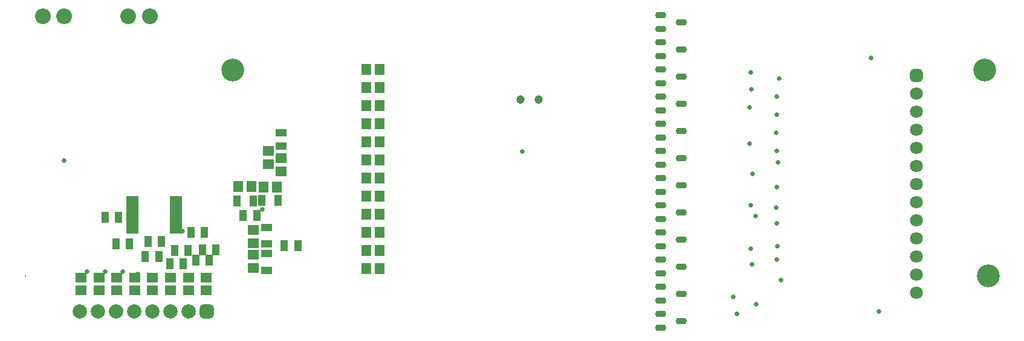
<source format=gbs>
G04*
G04 #@! TF.GenerationSoftware,Altium Limited,Altium Designer,23.11.1 (41)*
G04*
G04 Layer_Color=16711935*
%FSLAX44Y44*%
%MOMM*%
G71*
G04*
G04 #@! TF.SameCoordinates,025D5C86-A068-4BC3-B2EE-C31E22AC0A5F*
G04*
G04*
G04 #@! TF.FilePolarity,Negative*
G04*
G01*
G75*
%ADD27R,1.1032X1.5032*%
%ADD30C,1.2032*%
%ADD31R,1.3532X1.5532*%
%ADD34R,1.5032X1.1032*%
%ADD37C,3.2032*%
%ADD38C,0.2032*%
%ADD39C,2.2032*%
%ADD40C,1.8032*%
G04:AMPARAMS|DCode=41|XSize=1.8032mm|YSize=1.8032mm|CornerRadius=0.5016mm|HoleSize=0mm|Usage=FLASHONLY|Rotation=270.000|XOffset=0mm|YOffset=0mm|HoleType=Round|Shape=RoundedRectangle|*
%AMROUNDEDRECTD41*
21,1,1.8032,0.8000,0,0,270.0*
21,1,0.8000,1.8032,0,0,270.0*
1,1,1.0032,-0.4000,-0.4000*
1,1,1.0032,-0.4000,0.4000*
1,1,1.0032,0.4000,0.4000*
1,1,1.0032,0.4000,-0.4000*
%
%ADD41ROUNDEDRECTD41*%
%ADD42C,2.0032*%
G04:AMPARAMS|DCode=43|XSize=2.0032mm|YSize=2.0032mm|CornerRadius=0.5516mm|HoleSize=0mm|Usage=FLASHONLY|Rotation=90.000|XOffset=0mm|YOffset=0mm|HoleType=Round|Shape=RoundedRectangle|*
%AMROUNDEDRECTD43*
21,1,2.0032,0.9000,0,0,90.0*
21,1,0.9000,2.0032,0,0,90.0*
1,1,1.1032,0.4500,0.4500*
1,1,1.1032,0.4500,-0.4500*
1,1,1.1032,-0.4500,-0.4500*
1,1,1.1032,-0.4500,0.4500*
%
%ADD43ROUNDEDRECTD43*%
%ADD44C,0.6532*%
G04:AMPARAMS|DCode=57|XSize=0.8532mm|YSize=1.4532mm|CornerRadius=0.2641mm|HoleSize=0mm|Usage=FLASHONLY|Rotation=270.000|XOffset=0mm|YOffset=0mm|HoleType=Round|Shape=RoundedRectangle|*
%AMROUNDEDRECTD57*
21,1,0.8532,0.9250,0,0,270.0*
21,1,0.3250,1.4532,0,0,270.0*
1,1,0.5282,-0.4625,-0.1625*
1,1,0.5282,-0.4625,0.1625*
1,1,0.5282,0.4625,0.1625*
1,1,0.5282,0.4625,-0.1625*
%
%ADD57ROUNDEDRECTD57*%
%ADD58R,1.5532X1.3532*%
%ADD59R,1.8032X0.6532*%
D27*
X345384Y211034D02*
D03*
X322384D02*
D03*
X407500Y148000D02*
D03*
X388500D02*
D03*
X273500Y142500D02*
D03*
X292500D02*
D03*
X264500Y127500D02*
D03*
X283500D02*
D03*
X276500Y166500D02*
D03*
X257500D02*
D03*
X380068Y211267D02*
D03*
X357068D02*
D03*
X349750Y190250D02*
D03*
X330750D02*
D03*
X171500Y150500D02*
D03*
X152500D02*
D03*
X193524Y133124D02*
D03*
X212524D02*
D03*
X234500Y141500D02*
D03*
X253500D02*
D03*
X246880Y122774D02*
D03*
X227880D02*
D03*
X137500Y187500D02*
D03*
X156500D02*
D03*
X216458Y154252D02*
D03*
X197458D02*
D03*
D30*
X718820Y353060D02*
D03*
X744220D02*
D03*
D31*
X503050Y395016D02*
D03*
X521550D02*
D03*
X503050Y369616D02*
D03*
X521550D02*
D03*
X503050Y344216D02*
D03*
X521550D02*
D03*
X503050Y318820D02*
D03*
X521550D02*
D03*
X503050Y293420D02*
D03*
X521550D02*
D03*
X503050Y268016D02*
D03*
X521550D02*
D03*
X503050Y242616D02*
D03*
X521550D02*
D03*
X503050Y217216D02*
D03*
X521550D02*
D03*
X503050Y191816D02*
D03*
X521550D02*
D03*
X503050Y166416D02*
D03*
X521550D02*
D03*
X503050Y141016D02*
D03*
X521550D02*
D03*
Y115616D02*
D03*
X503050D02*
D03*
X323839Y231229D02*
D03*
X342339D02*
D03*
X377644Y230445D02*
D03*
X359144D02*
D03*
D34*
X383540Y287680D02*
D03*
Y306680D02*
D03*
X363883Y173339D02*
D03*
Y150339D02*
D03*
X363695Y136761D02*
D03*
Y113761D02*
D03*
D37*
X1374250Y105400D02*
D03*
X316000Y394600D02*
D03*
X1369750D02*
D03*
D38*
X25400Y105400D02*
D03*
D39*
X170000Y470000D02*
D03*
X200000D02*
D03*
X50000D02*
D03*
X80000D02*
D03*
D40*
X1274000Y107050D02*
D03*
Y81650D02*
D03*
Y132450D02*
D03*
Y157850D02*
D03*
Y208650D02*
D03*
Y234050D02*
D03*
Y284850D02*
D03*
Y335650D02*
D03*
Y361050D02*
D03*
Y310250D02*
D03*
Y259450D02*
D03*
Y183250D02*
D03*
D41*
Y386450D02*
D03*
D42*
X152400Y55400D02*
D03*
X228600D02*
D03*
X203200D02*
D03*
X177800D02*
D03*
X127000D02*
D03*
X101600D02*
D03*
X254000D02*
D03*
D43*
X279400D02*
D03*
D44*
X358000Y198750D02*
D03*
X183500Y108000D02*
D03*
X162381Y111881D02*
D03*
X137481Y111981D02*
D03*
X112184Y111684D02*
D03*
X721750Y279750D02*
D03*
X1077250Y201250D02*
D03*
X1078250Y230600D02*
D03*
X1079250Y147250D02*
D03*
X79750Y267250D02*
D03*
X1017500Y76500D02*
D03*
X1042000Y144000D02*
D03*
X245875Y168750D02*
D03*
X1022450Y52150D02*
D03*
X1049000Y66176D02*
D03*
X1220900Y55850D02*
D03*
X1210035Y411450D02*
D03*
X1041750Y391000D02*
D03*
X1042250Y367250D02*
D03*
X1039750Y341600D02*
D03*
Y290800D02*
D03*
X1080250Y265000D02*
D03*
X1044000Y248500D02*
D03*
X1041516Y204516D02*
D03*
X1048750Y189500D02*
D03*
X1043750Y122000D02*
D03*
X1077450Y306800D02*
D03*
X1084250Y99850D02*
D03*
X1078250Y129000D02*
D03*
Y179800D02*
D03*
Y281400D02*
D03*
Y332200D02*
D03*
Y357600D02*
D03*
X1081249Y383000D02*
D03*
D57*
X915600Y395016D02*
D03*
X944100Y309316D02*
D03*
X915600Y318816D02*
D03*
Y299816D02*
D03*
Y376016D02*
D03*
X944100Y385516D02*
D03*
X915600Y33116D02*
D03*
Y52116D02*
D03*
X944100Y42616D02*
D03*
X915600Y71216D02*
D03*
Y90216D02*
D03*
X944100Y80716D02*
D03*
X915600Y109316D02*
D03*
Y128316D02*
D03*
X944100Y118816D02*
D03*
X915600Y147416D02*
D03*
Y166416D02*
D03*
X944100Y156916D02*
D03*
X915600Y185516D02*
D03*
Y204516D02*
D03*
X944100Y195016D02*
D03*
X915600Y223616D02*
D03*
Y242616D02*
D03*
X944100Y233116D02*
D03*
X915600Y261716D02*
D03*
Y280716D02*
D03*
X944100Y271216D02*
D03*
X915600Y337916D02*
D03*
Y356916D02*
D03*
X944100Y347416D02*
D03*
X915600Y414116D02*
D03*
Y433116D02*
D03*
X944100Y423616D02*
D03*
X915600Y452216D02*
D03*
Y471216D02*
D03*
X944100Y461716D02*
D03*
D58*
X345123Y170336D02*
D03*
Y151836D02*
D03*
X344874Y135538D02*
D03*
Y117038D02*
D03*
X365760Y281030D02*
D03*
Y262530D02*
D03*
X383540Y270870D02*
D03*
Y252370D02*
D03*
X104000Y85000D02*
D03*
Y103500D02*
D03*
X129000Y85000D02*
D03*
Y103500D02*
D03*
X154000Y85000D02*
D03*
Y103500D02*
D03*
X179000Y85000D02*
D03*
Y103500D02*
D03*
X204000Y85000D02*
D03*
Y103500D02*
D03*
X229000Y85000D02*
D03*
Y103500D02*
D03*
X254000Y85000D02*
D03*
Y103500D02*
D03*
X279000Y85000D02*
D03*
Y103500D02*
D03*
D59*
X175500Y168750D02*
D03*
Y175250D02*
D03*
Y181750D02*
D03*
Y188250D02*
D03*
Y194750D02*
D03*
Y201250D02*
D03*
Y207750D02*
D03*
Y214250D02*
D03*
X236500Y168750D02*
D03*
Y175250D02*
D03*
Y181750D02*
D03*
Y188250D02*
D03*
Y194750D02*
D03*
Y201250D02*
D03*
Y207750D02*
D03*
Y214250D02*
D03*
M02*

</source>
